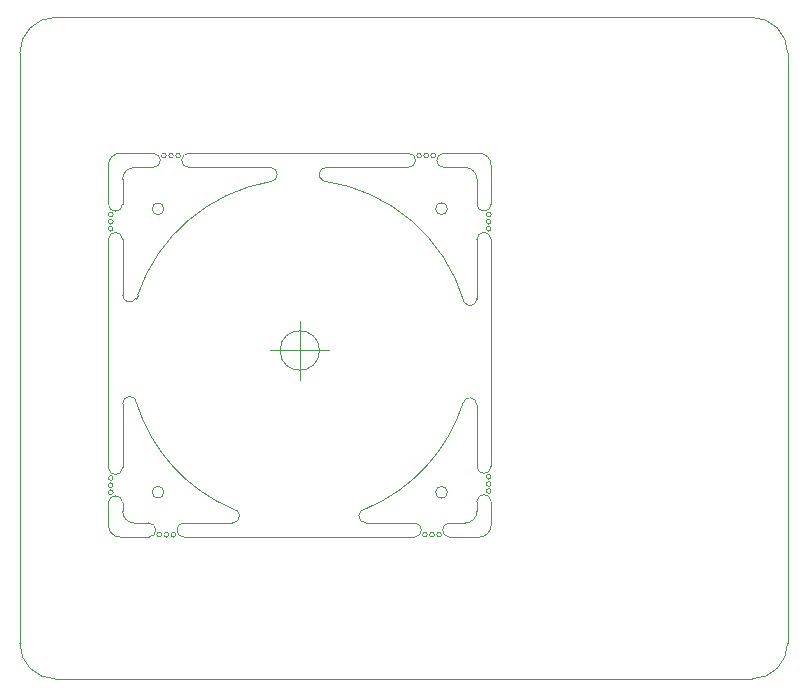
<source format=gbr>
%TF.GenerationSoftware,KiCad,Pcbnew,5.1.9+dfsg1-1*%
%TF.CreationDate,2021-12-20T12:13:36+01:00*%
%TF.ProjectId,RaspberryPi_UPS_HAT,52617370-6265-4727-9279-50695f555053,rev?*%
%TF.SameCoordinates,Original*%
%TF.FileFunction,Profile,NP*%
%FSLAX46Y46*%
G04 Gerber Fmt 4.6, Leading zero omitted, Abs format (unit mm)*
G04 Created by KiCad (PCBNEW 5.1.9+dfsg1-1) date 2021-12-20 12:13:36*
%MOMM*%
%LPD*%
G01*
G04 APERTURE LIST*
%TA.AperFunction,Profile*%
%ADD10C,0.100000*%
%TD*%
%TA.AperFunction,Profile*%
%ADD11C,0.050000*%
%TD*%
G04 APERTURE END LIST*
D10*
X61114496Y-62308697D02*
X61281195Y-61993564D01*
X80600000Y-81300000D02*
X84700000Y-81300000D01*
X65200000Y-81300000D02*
X69300000Y-81300000D01*
X65600000Y-51200000D02*
X72500000Y-51200000D01*
X77250000Y-51200000D02*
X84200000Y-51200000D01*
X69298531Y-80103436D02*
G75*
G02*
X61200000Y-71200000I5694035J13314187D01*
G01*
X61281196Y-61993564D02*
G75*
G02*
X72500000Y-52400000I13729555J-4699002D01*
G01*
X77001977Y-52344351D02*
G75*
G02*
X88916905Y-62600000I-1994543J-14366400D01*
G01*
X88807914Y-71201279D02*
G75*
G02*
X80600000Y-80100000I-13807914J4501279D01*
G01*
D11*
X76666666Y-66700000D02*
G75*
G03*
X76666666Y-66700000I-1666666J0D01*
G01*
X72500000Y-66700000D02*
X77500000Y-66700000D01*
X75000000Y-64200000D02*
X75000000Y-69200000D01*
D10*
X60000000Y-71200000D02*
G75*
G02*
X61200000Y-71200000I600000J0D01*
G01*
X69300000Y-80100000D02*
G75*
G02*
X69300000Y-81300000I0J-600000D01*
G01*
X80600000Y-81300000D02*
G75*
G02*
X80600000Y-80100000I0J600000D01*
G01*
X88808164Y-71201361D02*
G75*
G02*
X90000000Y-71300000I591836J-98639D01*
G01*
X90000000Y-62300000D02*
G75*
G02*
X88916905Y-62600000I-583095J0D01*
G01*
X77001718Y-52346220D02*
G75*
G02*
X77250000Y-51200000I248282J546220D01*
G01*
X61114496Y-62308697D02*
G75*
G02*
X60000000Y-62000000I-514496J308697D01*
G01*
X72500000Y-51200000D02*
G75*
G02*
X72500000Y-52400000I0J-600000D01*
G01*
X87200000Y-50000000D02*
X90200000Y-50000000D01*
X87200000Y-51200000D02*
X89000000Y-51200000D01*
X90000000Y-54300000D02*
X90000000Y-52200000D01*
X91200000Y-54300000D02*
X91200000Y-51000000D01*
X62600000Y-51200000D02*
X61000000Y-51200000D01*
X62600000Y-50000000D02*
X59800000Y-50000000D01*
X58800000Y-51000000D02*
X58800000Y-54300000D01*
X60000000Y-52200000D02*
X60000000Y-54300000D01*
X58800000Y-79600000D02*
X58800000Y-81500000D01*
X60000000Y-79600000D02*
X60000000Y-80300000D01*
X61000000Y-81300000D02*
X62200000Y-81300000D01*
X59800000Y-82500000D02*
X62200000Y-82500000D01*
X91200000Y-81500000D02*
X91200000Y-79500000D01*
X87700000Y-82500000D02*
X90200000Y-82500000D01*
X90000000Y-80300000D02*
X90000000Y-79500000D01*
X87700000Y-81300000D02*
X89000000Y-81300000D01*
X91200000Y-78600000D02*
G75*
G03*
X91200000Y-78600000I-200000J0D01*
G01*
X91200000Y-78000000D02*
G75*
G03*
X91200000Y-78000000I-200000J0D01*
G01*
X90000000Y-79500000D02*
G75*
G02*
X91200000Y-79500000I600000J0D01*
G01*
X91200000Y-77400000D02*
G75*
G03*
X91200000Y-77400000I-200000J0D01*
G01*
X91200000Y-76500000D02*
G75*
G02*
X90000000Y-76500000I-600000J0D01*
G01*
X86400000Y-82300000D02*
G75*
G03*
X86400000Y-82300000I-200000J0D01*
G01*
X87700000Y-82500000D02*
G75*
G02*
X87700000Y-81300000I0J600000D01*
G01*
X87000000Y-82300000D02*
G75*
G03*
X87000000Y-82300000I-200000J0D01*
G01*
X84700000Y-81300000D02*
G75*
G02*
X84700000Y-82500000I0J-600000D01*
G01*
X85800000Y-82300000D02*
G75*
G03*
X85800000Y-82300000I-200000J0D01*
G01*
X63900000Y-82300000D02*
G75*
G03*
X63900000Y-82300000I-200000J0D01*
G01*
X65200000Y-82500000D02*
G75*
G02*
X65200000Y-81300000I0J600000D01*
G01*
X62200000Y-81300000D02*
G75*
G02*
X62200000Y-82500000I0J-600000D01*
G01*
X63300000Y-82300000D02*
G75*
G03*
X63300000Y-82300000I-200000J0D01*
G01*
X64500000Y-82300000D02*
G75*
G03*
X64500000Y-82300000I-200000J0D01*
G01*
X58800000Y-79600000D02*
G75*
G02*
X60000000Y-79600000I600000J0D01*
G01*
X59200000Y-77500000D02*
G75*
G03*
X59200000Y-77500000I-200000J0D01*
G01*
X60000000Y-76600000D02*
G75*
G02*
X58800000Y-76600000I-600000J0D01*
G01*
X59200000Y-78700000D02*
G75*
G03*
X59200000Y-78700000I-200000J0D01*
G01*
X59200000Y-78100000D02*
G75*
G03*
X59200000Y-78100000I-200000J0D01*
G01*
X59200000Y-55800000D02*
G75*
G03*
X59200000Y-55800000I-200000J0D01*
G01*
X60000000Y-54300000D02*
G75*
G02*
X58800000Y-54300000I-600000J0D01*
G01*
X59200000Y-55200000D02*
G75*
G03*
X59200000Y-55200000I-200000J0D01*
G01*
X59200000Y-56400000D02*
G75*
G03*
X59200000Y-56400000I-200000J0D01*
G01*
X58800000Y-57300000D02*
G75*
G02*
X60000000Y-57300000I600000J0D01*
G01*
X62600000Y-50000000D02*
G75*
G02*
X62600000Y-51200000I0J-600000D01*
G01*
X65600000Y-51200000D02*
G75*
G02*
X65600000Y-50000000I0J600000D01*
G01*
X63700000Y-50200000D02*
G75*
G03*
X63700000Y-50200000I-200000J0D01*
G01*
X64300000Y-50200000D02*
G75*
G03*
X64300000Y-50200000I-200000J0D01*
G01*
X64900000Y-50200000D02*
G75*
G03*
X64900000Y-50200000I-200000J0D01*
G01*
X85300000Y-50200000D02*
G75*
G03*
X85300000Y-50200000I-200000J0D01*
G01*
X85900000Y-50200000D02*
G75*
G03*
X85900000Y-50200000I-200000J0D01*
G01*
X86500000Y-50200000D02*
G75*
G03*
X86500000Y-50200000I-200000J0D01*
G01*
X84200000Y-50000000D02*
G75*
G02*
X84200000Y-51200000I0J-600000D01*
G01*
X87200000Y-51200000D02*
G75*
G02*
X87200000Y-50000000I0J600000D01*
G01*
X90000000Y-57300000D02*
G75*
G02*
X91200000Y-57300000I600000J0D01*
G01*
X91200000Y-55800000D02*
G75*
G03*
X91200000Y-55800000I-200000J0D01*
G01*
X91200000Y-55200000D02*
G75*
G03*
X91200000Y-55200000I-200000J0D01*
G01*
X91200000Y-54300000D02*
G75*
G02*
X90000000Y-54300000I-600000J0D01*
G01*
X91200000Y-56400000D02*
G75*
G03*
X91200000Y-56400000I-200000J0D01*
G01*
X60000000Y-57300000D02*
X60000000Y-62000000D01*
X58800000Y-57300000D02*
X58800000Y-68200000D01*
X90000000Y-57300000D02*
X90000000Y-62300000D01*
X91200000Y-57300000D02*
X91200000Y-65300000D01*
X89000000Y-81300000D02*
G75*
G03*
X90000000Y-80300000I0J1000000D01*
G01*
X60000000Y-80300000D02*
G75*
G03*
X61000000Y-81300000I1000000J0D01*
G01*
X61000000Y-51200000D02*
G75*
G03*
X60000000Y-52200000I0J-1000000D01*
G01*
X90000000Y-52200000D02*
G75*
G03*
X89000000Y-51200000I-1000000J0D01*
G01*
X51300000Y-41500000D02*
X51300000Y-91500000D01*
X58800000Y-68200000D02*
X58800000Y-76600000D01*
X59800000Y-50000000D02*
G75*
G03*
X58800000Y-51000000I0J-1000000D01*
G01*
X58800000Y-81500000D02*
G75*
G03*
X59800000Y-82500000I1000000J0D01*
G01*
X54300000Y-94500000D02*
X113300000Y-94500000D01*
X90200000Y-82500000D02*
G75*
G03*
X91200000Y-81500000I0J1000000D01*
G01*
X91200000Y-51000000D02*
G75*
G03*
X90200000Y-50000000I-1000000J0D01*
G01*
X113300000Y-94500000D02*
G75*
G03*
X116300000Y-91500000I0J3000000D01*
G01*
X51300000Y-91500000D02*
G75*
G03*
X54300000Y-94500000I3000000J0D01*
G01*
X54300000Y-38500000D02*
G75*
G03*
X51300000Y-41500000I0J-3000000D01*
G01*
X116300000Y-41500000D02*
G75*
G03*
X113300000Y-38500000I-3000000J0D01*
G01*
X65200000Y-82500000D02*
X84700000Y-82500000D01*
X65600000Y-50000000D02*
X84200000Y-50000000D01*
X91200000Y-65300000D02*
X91200000Y-76500000D01*
X116300000Y-41500000D02*
X116300000Y-91500000D01*
X54300000Y-38500000D02*
X113300000Y-38500000D01*
D11*
X63500000Y-78700000D02*
G75*
G03*
X63500000Y-78700000I-500000J0D01*
G01*
X87500000Y-78700000D02*
G75*
G03*
X87500000Y-78700000I-500000J0D01*
G01*
X87500000Y-54700000D02*
G75*
G03*
X87500000Y-54700000I-500000J0D01*
G01*
X63500000Y-54700000D02*
G75*
G03*
X63500000Y-54700000I-500000J0D01*
G01*
D10*
X60000000Y-76600000D02*
X60000000Y-71200000D01*
X90000000Y-71300000D02*
X90000000Y-76500000D01*
M02*

</source>
